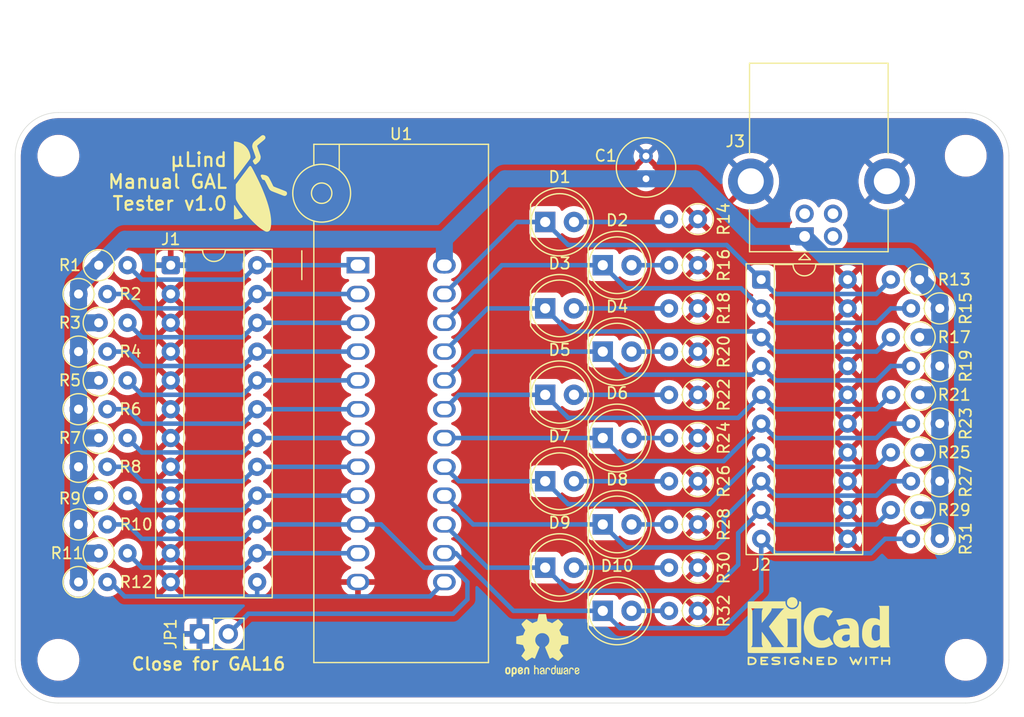
<source format=kicad_pcb>
(kicad_pcb (version 20241229) (generator "pcbnew") (generator_version "9.0")
  (layers (0 "F.Cu" signal) (2 "B.Cu" signal) (13 "F.Paste" user) (15 "B.Paste" user) (5 "F.SilkS" user "F.Silkscreen") (7 "B.SilkS" user "B.Silkscreen") (1 "F.Mask" user) (3 "B.Mask" user) (25 "Edge.Cuts" user))
  (net 0 "")
  (net 1 "GND")
  (net 2 "+5V")
  (net 3 "Net-(J1-Pin_13)")
  (net 4 "Net-(J1-Pin_18)")
  (net 5 "Net-(J1-Pin_24)")
  (net 6 "Net-(J1-Pin_23)")
  (net 7 "Net-(J1-Pin_20)")
  (net 8 "Net-(J1-Pin_17)")
  (net 9 "Net-(J1-Pin_16)")
  (net 10 "Net-(J1-Pin_14)")
  (net 11 "Net-(J1-Pin_21)")
  (net 12 "Net-(J1-Pin_19)")
  (net 13 "Net-(J1-Pin_22)")
  (net 14 "Net-(J1-Pin_15)")
  (net 18 "Net-(D6-A)")
  (net 19 "Net-(D10-K)")
  (net 20 "Net-(D10-A)")
  (net 21 "Net-(D9-A)")
  (net 22 "Net-(D9-K)")
  (net 23 "Net-(D8-K)")
  (net 24 "Net-(D8-A)")
  (net 25 "Net-(D7-K)")
  (net 26 "Net-(D7-A)")
  (net 27 "Net-(D6-K)")
  (net 28 "Net-(D5-A)")
  (net 29 "Net-(D5-K)")
  (net 30 "Net-(D4-K)")
  (net 31 "Net-(D4-A)")
  (net 32 "Net-(D3-A)")
  (net 33 "Net-(D3-K)")
  (net 34 "Net-(D2-A)")
  (net 35 "Net-(D2-K)")
  (net 36 "Net-(D1-A)")
  (net 37 "Net-(D1-K)")
  (footprint "LED_THT:LED_D5.0mm" (layer "F.Cu") (at 130.556 83.312)
    (property "Reference" "D5" (at 1.27 -3.96 0) (layer "F.SilkS"))
    (property "Value" "LED")
    (pad "1" thru_hole rect (at 0 0) (size 1.8 1.8) (drill 0.9) (layers "*.Cu" "*.Mask") (net 29 "Net-(D5-K)"))
    (pad "2" thru_hole circle (at 2.54 0) (size 1.8 1.8) (drill 0.9) (layers "*.Cu" "*.Mask") (net 28 "Net-(D5-A)"))
  )
  (footprint "Resistor_THT:R_Axial_DIN0207_L6.3mm_D2.5mm_P2.54mm_Vertical" (layer "F.Cu") (at 165.354 85.852 180)
    (property "Reference" "R23" (at -2.286 0 270) (layer "F.SilkS"))
    (property "Value" "R")
    (pad "1" thru_hole circle (at 0 0 180) (size 1.6 1.6) (drill 0.8) (layers "*.Cu" "*.Mask") (net 2 "+5V"))
    (pad "2" thru_hole oval (at 2.54 0 180) (size 1.6 1.6) (drill 0.8) (layers "*.Cu" "*.Mask") (net 27 "Net-(D6-K)"))
  )
  (footprint "LED_THT:LED_D5.0mm" (layer "F.Cu") (at 130.556 90.932)
    (property "Reference" "D7" (at 1.27 -3.96 0) (layer "F.SilkS"))
    (property "Value" "LED")
    (pad "1" thru_hole rect (at 0 0) (size 1.8 1.8) (drill 0.9) (layers "*.Cu" "*.Mask") (net 25 "Net-(D7-K)"))
    (pad "2" thru_hole circle (at 2.54 0) (size 1.8 1.8) (drill 0.9) (layers "*.Cu" "*.Mask") (net 26 "Net-(D7-A)"))
  )
  (footprint "LED_THT:LED_D5.0mm" (layer "F.Cu") (at 135.636 87.122)
    (property "Reference" "D6" (at 1.27 -3.96 0) (layer "F.SilkS"))
    (property "Value" "LED")
    (pad "1" thru_hole rect (at 0 0) (size 1.8 1.8) (drill 0.9) (layers "*.Cu" "*.Mask") (net 27 "Net-(D6-K)"))
    (pad "2" thru_hole circle (at 2.54 0) (size 1.8 1.8) (drill 0.9) (layers "*.Cu" "*.Mask") (net 18 "Net-(D6-A)"))
  )
  (footprint "Resistor_THT:R_Axial_DIN0207_L6.3mm_D2.5mm_P2.54mm_Vertical" (layer "F.Cu") (at 89.408 89.662)
    (property "Reference" "R8" (at 4.572 0 0) (layer "F.SilkS"))
    (property "Value" "R")
    (pad "1" thru_hole circle (at 0 0) (size 1.6 1.6) (drill 0.8) (layers "*.Cu" "*.Mask") (net 2 "+5V"))
    (pad "2" thru_hole oval (at 2.54 0) (size 1.6 1.6) (drill 0.8) (layers "*.Cu" "*.Mask") (net 8 "Net-(J1-Pin_17)"))
  )
  (footprint "Resistor_THT:R_Axial_DIN0207_L6.3mm_D2.5mm_P2.54mm_Vertical" (layer "F.Cu") (at 89.408 74.422)
    (property "Reference" "R2" (at 4.572 0 0) (layer "F.SilkS"))
    (property "Value" "R")
    (pad "1" thru_hole circle (at 0 0) (size 1.6 1.6) (drill 0.8) (layers "*.Cu" "*.Mask") (net 2 "+5V"))
    (pad "2" thru_hole oval (at 2.54 0) (size 1.6 1.6) (drill 0.8) (layers "*.Cu" "*.Mask") (net 6 "Net-(J1-Pin_23)"))
  )
  (footprint "Resistor_THT:R_Axial_DIN0207_L6.3mm_D2.5mm_P2.54mm_Vertical" (layer "F.Cu") (at 91.186 82.042)
    (property "Reference" "R5" (at -2.54 0 0) (layer "F.SilkS"))
    (property "Value" "R")
    (pad "1" thru_hole circle (at 0 0) (size 1.6 1.6) (drill 0.8) (layers "*.Cu" "*.Mask") (net 2 "+5V"))
    (pad "2" thru_hole oval (at 2.54 0) (size 1.6 1.6) (drill 0.8) (layers "*.Cu" "*.Mask") (net 7 "Net-(J1-Pin_20)"))
  )
  (footprint "LED_THT:LED_D5.0mm" (layer "F.Cu") (at 135.636 94.742)
    (property "Reference" "D8" (at 1.27 -3.96 0) (layer "F.SilkS"))
    (property "Value" "LED")
    (pad "1" thru_hole rect (at 0 0) (size 1.8 1.8) (drill 0.9) (layers "*.Cu" "*.Mask") (net 23 "Net-(D8-K)"))
    (pad "2" thru_hole circle (at 2.54 0) (size 1.8 1.8) (drill 0.9) (layers "*.Cu" "*.Mask") (net 24 "Net-(D8-A)"))
  )
  (footprint "Socket:DIP_Socket-24_W4.3_W5.08_W7.62_W10.16_W10.9_3M_224-5248-00-0602J" (layer "F.Cu") (at 114.046 71.882)
    (property "Reference" "U1" (at 3.81 -11.56 0) (layer "F.SilkS"))
    (property "Value" "~")
    (pad "1" thru_hole rect (at 0 0) (size 2 1.44) (drill oval 1.3 1) (layers "*.Cu" "*.Mask") (net 5 "Net-(J1-Pin_24)"))
    (pad "2" thru_hole oval (at 0 2.54) (size 2 1.44) (drill oval 1.3 1) (layers "*.Cu" "*.Mask") (net 6 "Net-(J1-Pin_23)"))
    (pad "3" thru_hole oval (at 0 5.08) (size 2 1.44) (drill oval 1.3 1) (layers "*.Cu" "*.Mask") (net 13 "Net-(J1-Pin_22)"))
    (pad "4" thru_hole oval (at 0 7.62) (size 2 1.44) (drill oval 1.3 1) (layers "*.Cu" "*.Mask") (net 11 "Net-(J1-Pin_21)"))
    (pad "5" thru_hole oval (at 0 10.16) (size 2 1.44) (drill oval 1.3 1) (layers "*.Cu" "*.Mask") (net 7 "Net-(J1-Pin_20)"))
    (pad "6" thru_hole oval (at 0 12.7) (size 2 1.44) (drill oval 1.3 1) (layers "*.Cu" "*.Mask") (net 12 "Net-(J1-Pin_19)"))
    (pad "7" thru_hole oval (at 0 15.24) (size 2 1.44) (drill oval 1.3 1) (layers "*.Cu" "*.Mask") (net 4 "Net-(J1-Pin_18)"))
    (pad "8" thru_hole oval (at 0 17.78) (size 2 1.44) (drill oval 1.3 1) (layers "*.Cu" "*.Mask") (net 8 "Net-(J1-Pin_17)"))
    (pad "9" thru_hole oval (at 0 20.32) (size 2 1.44) (drill oval 1.3 1) (layers "*.Cu" "*.Mask") (net 9 "Net-(J1-Pin_16)"))
    (pad "10" thru_hole oval (at 0 22.86) (size 2 1.44) (drill oval 1.3 1) (layers "*.Cu" "*.Mask") (net 14 "Net-(J1-Pin_15)"))
    (pad "11" thru_hole oval (at 0 25.4) (size 2 1.44) (drill oval 1.3 1) (layers "*.Cu" "*.Mask") (net 10 "Net-(J1-Pin_14)"))
    (pad "12" thru_hole oval (at 0 27.94) (size 2 1.44) (drill oval 1.3 1) (layers "*.Cu" "*.Mask") (net 1 "GND"))
    (pad "13" thru_hole oval (at 7.62 27.94) (size 2 1.44) (drill oval 1.3 1) (layers "*.Cu" "*.Mask") (net 3 "Net-(J1-Pin_13)"))
    (pad "14" thru_hole oval (at 7.62 25.4) (size 2 1.44) (drill oval 1.3 1) (layers "*.Cu" "*.Mask") (net 19 "Net-(D10-K)"))
    (pad "15" thru_hole oval (at 7.62 22.86) (size 2 1.44) (drill oval 1.3 1) (layers "*.Cu" "*.Mask") (net 22 "Net-(D9-K)"))
    (pad "16" thru_hole oval (at 7.62 20.32) (size 2 1.44) (drill oval 1.3 1) (layers "*.Cu" "*.Mask") (net 23 "Net-(D8-K)"))
    (pad "17" thru_hole oval (at 7.62 17.78) (size 2 1.44) (drill oval 1.3 1) (layers "*.Cu" "*.Mask") (net 25 "Net-(D7-K)"))
    (pad "18" thru_hole oval (at 7.62 15.24) (size 2 1.44) (drill oval 1.3 1) (layers "*.Cu" "*.Mask") (net 27 "Net-(D6-K)"))
    (pad "19" thru_hole oval (at 7.62 12.7) (size 2 1.44) (drill oval 1.3 1) (layers "*.Cu" "*.Mask") (net 29 "Net-(D5-K)"))
    (pad "20" thru_hole oval (at 7.62 10.16) (size 2 1.44) (drill oval 1.3 1) (layers "*.Cu" "*.Mask") (net 30 "Net-(D4-K)"))
    (pad "21" thru_hole oval (at 7.62 7.62) (size 2 1.44) (drill oval 1.3 1) (layers "*.Cu" "*.Mask") (net 33 "Net-(D3-K)"))
    (pad "22" thru_hole oval (at 7.62 5.08) (size 2 1.44) (drill oval 1.3 1) (layers "*.Cu" "*.Mask") (net 35 "Net-(D2-K)"))
    (pad "23" thru_hole oval (at 7.62 2.54) (size 2 1.44) (drill oval 1.3 1) (layers "*.Cu" "*.Mask") (net 37 "Net-(D1-K)"))
    (pad "24" thru_hole oval (at 7.62 0) (size 2 1.44) (drill oval 1.3 1) (layers "*.Cu" "*.Mask") (net 2 "+5V"))
  )
  (footprint "Resistor_THT:R_Axial_DIN0207_L6.3mm_D2.5mm_P2.54mm_Vertical" (layer "F.Cu") (at 89.408 79.502)
    (property "Reference" "R4" (at 4.572 0 0) (layer "F.SilkS"))
    (property "Value" "R")
    (pad "1" thru_hole circle (at 0 0) (size 1.6 1.6) (drill 0.8) (layers "*.Cu" "*.Mask") (net 2 "+5V"))
    (pad "2" thru_hole oval (at 2.54 0) (size 1.6 1.6) (drill 0.8) (layers "*.Cu" "*.Mask") (net 11 "Net-(J1-Pin_21)"))
  )
  (footprint "Resistor_THT:R_Axial_DIN0207_L6.3mm_D2.5mm_P2.54mm_Vertical" (layer "F.Cu") (at 144.018 71.882 180)
    (property "Reference" "R16" (at -2.286 0 90) (layer "F.SilkS"))
    (property "Value" "R")
    (pad "1" thru_hole circle (at 0 0 180) (size 1.6 1.6) (drill 0.8) (layers "*.Cu" "*.Mask") (net 1 "GND"))
    (pad "2" thru_hole oval (at 2.54 0 180) (size 1.6 1.6) (drill 0.8) (layers "*.Cu" "*.Mask") (net 34 "Net-(D2-A)"))
  )
  (footprint "Resistor_THT:R_Axial_DIN0207_L6.3mm_D2.5mm_P2.54mm_Vertical" (layer "F.Cu") (at 144.018 83.312 180)
    (property "Reference" "R22" (at -2.286 0 90) (layer "F.SilkS"))
    (property "Value" "R")
    (pad "1" thru_hole circle (at 0 0 180) (size 1.6 1.6) (drill 0.8) (layers "*.Cu" "*.Mask") (net 1 "GND"))
    (pad "2" thru_hole oval (at 2.54 0 180) (size 1.6 1.6) (drill 0.8) (layers "*.Cu" "*.Mask") (net 28 "Net-(D5-A)"))
  )
  (footprint "Resistor_THT:R_Axial_DIN0207_L6.3mm_D2.5mm_P2.54mm_Vertical" (layer "F.Cu") (at 144.018 98.552 180)
    (property "Reference" "R30" (at -2.286 0 90) (layer "F.SilkS"))
    (property "Value" "R")
    (pad "1" thru_hole circle (at 0 0 180) (size 1.6 1.6) (drill 0.8) (layers "*.Cu" "*.Mask") (net 1 "GND"))
    (pad "2" thru_hole oval (at 2.54 0 180) (size 1.6 1.6) (drill 0.8) (layers "*.Cu" "*.Mask") (net 21 "Net-(D9-A)"))
  )
  (footprint "Resistor_THT:R_Axial_DIN0207_L6.3mm_D2.5mm_P2.54mm_Vertical" (layer "F.Cu") (at 89.408 99.822)
    (property "Reference" "R12" (at 5.08 0 0) (layer "F.SilkS"))
    (property "Value" "R")
    (pad "1" thru_hole circle (at 0 0) (size 1.6 1.6) (drill 0.8) (layers "*.Cu" "*.Mask") (net 2 "+5V"))
    (pad "2" thru_hole oval (at 2.54 0) (size 1.6 1.6) (drill 0.8) (layers "*.Cu" "*.Mask") (net 3 "Net-(J1-Pin_13)"))
  )
  (footprint "Resistor_THT:R_Axial_DIN0207_L6.3mm_D2.5mm_P2.54mm_Vertical" (layer "F.Cu") (at 144.018 90.932 180)
    (property "Reference" "R26" (at -2.286 0 90) (layer "F.SilkS"))
    (property "Value" "R")
    (pad "1" thru_hole circle (at 0 0 180) (size 1.6 1.6) (drill 0.8) (layers "*.Cu" "*.Mask") (net 1 "GND"))
    (pad "2" thru_hole oval (at 2.54 0 180) (size 1.6 1.6) (drill 0.8) (layers "*.Cu" "*.Mask") (net 26 "Net-(D7-A)"))
  )
  (footprint "LED_THT:LED_D5.0mm" (layer "F.Cu") (at 130.556 98.552)
    (property "Reference" "D9" (at 1.27 -3.96 0) (layer "F.SilkS"))
    (property "Value" "LED")
    (pad "1" thru_hole rect (at 0 0) (size 1.8 1.8) (drill 0.9) (layers "*.Cu" "*.Mask") (net 22 "Net-(D9-K)"))
    (pad "2" thru_hole circle (at 2.54 0) (size 1.8 1.8) (drill 0.9) (layers "*.Cu" "*.Mask") (net 21 "Net-(D9-A)"))
  )
  (footprint "Resistor_THT:R_Axial_DIN0207_L6.3mm_D2.5mm_P2.54mm_Vertical" (layer "F.Cu") (at 89.408 84.582)
    (property "Reference" "R6" (at 4.572 0 0) (layer "F.SilkS"))
    (property "Value" "R")
    (pad "1" thru_hole circle (at 0 0) (size 1.6 1.6) (drill 0.8) (layers "*.Cu" "*.Mask") (net 2 "+5V"))
    (pad "2" thru_hole oval (at 2.54 0) (size 1.6 1.6) (drill 0.8) (layers "*.Cu" "*.Mask") (net 12 "Net-(J1-Pin_19)"))
  )
  (footprint "Symbol:KiCad-Logo2_5mm_SilkScreen" (layer "F.Cu") (at 154.686 104.14)
    (property "Reference" "REF**" (hide yes))
    (property "Value" "KiCad-Logo2_5mm_SilkScreen" (hide yes))
  )
  (footprint "Resistor_THT:R_Axial_DIN0207_L6.3mm_D2.5mm_P2.54mm_Vertical" (layer "F.Cu") (at 144.018 94.742 180)
    (property "Reference" "R28" (at -2.286 0 90) (layer "F.SilkS"))
    (property "Value" "R")
    (pad "1" thru_hole circle (at 0 0 180) (size 1.6 1.6) (drill 0.8) (layers "*.Cu" "*.Mask") (net 1 "GND"))
    (pad "2" thru_hole oval (at 2.54 0 180) (size 1.6 1.6) (drill 0.8) (layers "*.Cu" "*.Mask") (net 24 "Net-(D8-A)"))
  )
  (footprint "LED_THT:LED_D5.0mm" (layer "F.Cu") (at 135.636 71.882)
    (property "Reference" "D2" (at 1.27 -3.96 0) (layer "F.SilkS"))
    (property "Value" "LED")
    (pad "1" thru_hole rect (at 0 0) (size 1.8 1.8) (drill 0.9) (layers "*.Cu" "*.Mask") (net 35 "Net-(D2-K)"))
    (pad "2" thru_hole circle (at 2.54 0) (size 1.8 1.8) (drill 0.9) (layers "*.Cu" "*.Mask") (net 34 "Net-(D2-A)"))
  )
  (footprint "Resistor_THT:R_Axial_DIN0207_L6.3mm_D2.5mm_P2.54mm_Vertical" (layer "F.Cu") (at 163.605 83.312 180)
    (property "Reference" "R21" (at -3.019 0 0) (layer "F.SilkS"))
    (property "Value" "R")
    (pad "1" thru_hole circle (at 0 0 180) (size 1.6 1.6) (drill 0.8) (layers "*.Cu" "*.Mask") (net 2 "+5V"))
    (pad "2" thru_hole oval (at 2.54 0 180) (size 1.6 1.6) (drill 0.8) (layers "*.Cu" "*.Mask") (net 29 "Net-(D5-K)"))
  )
  (footprint "LED_THT:LED_D5.0mm" (layer "F.Cu") (at 135.636 102.362)
    (property "Reference" "D10" (at 1.27 -3.96 0) (layer "F.SilkS"))
    (property "Value" "LED")
    (pad "1" thru_hole rect (at 0 0) (size 1.8 1.8) (drill 0.9) (layers "*.Cu" "*.Mask") (net 19 "Net-(D10-K)"))
    (pad "2" thru_hole circle (at 2.54 0) (size 1.8 1.8) (drill 0.9) (layers "*.Cu" "*.Mask") (net 20 "Net-(D10-A)"))
  )
  (footprint "MountingHole:MountingHole_3.2mm_M3" (layer "F.Cu") (at 87.63 62.23)
    (property "Reference" "H1" (hide yes))
    (property "Value" "MountingHole")
    (pad "" np_thru_hole circle (at 0 0) (size 3.2 3.2) (drill 3.2) (layers "*.Cu" "*.Mask"))
  )
  (footprint "Package_DIP:DIP-20_W7.62mm_Socket" (layer "F.Cu") (at 149.606 73.152)
    (property "Reference" "J2" (at 0 25.146 0) (layer "F.SilkS"))
    (property "Value" "InputBoard")
    (pad "1" thru_hole roundrect (at 0 0) (size 1.6 1.6) (drill 0.8) (layers "*.Cu" "*.Mask") (roundrect_rratio 0.15625) (net 37 "Net-(D1-K)"))
    (pad "2" thru_hole circle (at 0 2.54) (size 1.6 1.6) (drill 0.8) (layers "*.Cu" "*.Mask") (net 35 "Net-(D2-K)"))
    (pad "3" thru_hole circle (at 0 5.08) (size 1.6 1.6) (drill 0.8) (layers "*.Cu" "*.Mask") (net 33 "Net-(D3-K)"))
    (pad "4" thru_hole circle (at 0 7.62) (size 1.6 1.6) (drill 0.8) (layers "*.Cu" "*.Mask") (net 30 "Net-(D4-K)"))
    (pad "5" thru_hole circle (at 0 10.16) (size 1.6 1.6) (drill 0.8) (layers "*.Cu" "*.Mask") (net 29 "Net-(D5-K)"))
    (pad "6" thru_hole circle (at 0 12.7) (size 1.6 1.6) (drill 0.8) (layers "*.Cu" "*.Mask") (net 27 "Net-(D6-K)"))
    (pad "7" thru_hole circle (at 0 15.24) (size 1.6 1.6) (drill 0.8) (layers "*.Cu" "*.Mask") (net 25 "Net-(D7-K)"))
    (pad "8" thru_hole circle (at 0 17.78) (size 1.6 1.6) (drill 0.8) (layers "*.Cu" "*.Mask") (net 23 "Net-(D8-K)"))
    (pad "9" thru_hole circle (at 0 20.32) (size 1.6 1.6) (drill 0.8) (layers "*.Cu" "*.Mask") (net 22 "Net-(D9-K)"))
    (pad "10" thru_hole circle (at 0 22.86) (size 1.6 1.6) (drill 0.8) (layers "*.Cu" "*.Mask") (net 19 "Net-(D10-K)"))
    (pad "11" thru_hole circle (at 7.62 22.86) (size 1.6 1.6) (drill 0.8) (layers "*.Cu" "*.Mask") (net 1 "GND"))
    (pad "12" thru_hole circle (at 7.62 20.32) (size 1.6 1.6) (drill 0.8) (layers "*.Cu" "*.Mask") (net 1 "GND"))
    (pad "13" thru_hole circle (at 7.62 17.78) (size 1.6 1.6) (drill 0.8) (layers "*.Cu" "*.Mask") (net 1 "GND"))
    (pad "14" thru_hole circle (at 7.62 15.24) (size 1.6 1.6) (drill 0.8) (layers "*.Cu" "*.Mask") (net 1 "GND"))
    (pad "15" thru_hole circle (at 7.62 12.7) (size 1.6 1.6) (drill 0.8) (layers "*.Cu" "*.Mask") (net 1 "GND"))
    (pad "16" thru_hole circle (at 7.62 10.16) (size 1.6 1.6) (drill 0.8) (layers "*.Cu" "*.Mask") (net 1 "GND"))
    (pad "17" thru_hole circle (at 7.62 7.62) (size 1.6 1.6) (drill 0.8) (layers "*.Cu" "*.Mask") (net 1 "GND"))
    (pad "18" thru_hole circle (at 7.62 5.08) (size 1.6 1.6) (drill 0.8) (layers "*.Cu" "*.Mask") (net 1 "GND"))
    (pad "19" thru_hole circle (at 7.62 2.54) (size 1.6 1.6) (drill 0.8) (layers "*.Cu" "*.Mask") (net 1 "GND"))
    (pad "20" thru_hole circle (at 7.62 0) (size 1.6 1.6) (drill 0.8) (layers "*.Cu" "*.Mask") (net 1 "GND"))
  )
  (footprint "Resistor_THT:R_Axial_DIN0207_L6.3mm_D2.5mm_P2.54mm_Vertical" (layer "F.Cu") (at 165.354 90.932 180)
    (property "Reference" "R27" (at -2.286 0 90) (layer "F.SilkS"))
    (property "Value" "R")
    (pad "1" thru_hole circle (at 0 0 180) (size 1.6 1.6) (drill 0.8) (layers "*.Cu" "*.Mask") (net 2 "+5V"))
    (pad "2" thru_hole oval (at 2.54 0 180) (size 1.6 1.6) (drill 0.8) (layers "*.Cu" "*.Mask") (net 23 "Net-(D8-K)"))
  )
  (footprint "LED_THT:LED_D5.0mm" (layer "F.Cu") (at 130.556 68.072)
    (property "Reference" "D1" (at 1.27 -3.96 0) (layer "F.SilkS"))
    (property "Value" "LED")
    (pad "1" thru_hole rect (at 0 0) (size 1.8 1.8) (drill 0.9) (layers "*.Cu" "*.Mask") (net 37 "Net-(D1-K)"))
    (pad "2" thru_hole circle (at 2.54 0) (size 1.8 1.8) (drill 0.9) (layers "*.Cu" "*.Mask") (net 36 "Net-(D1-A)"))
  )
  (footprint "Resistor_THT:R_Axial_DIN0207_L6.3mm_D2.5mm_P2.54mm_Vertical" (layer "F.Cu") (at 144.018 67.818 180)
    (property "Reference" "R14" (at -2.286 0 90) (layer "F.SilkS"))
    (property "Value" "R")
    (pad "1" thru_hole circle (at 0 0 180) (size 1.6 1.6) (drill 0.8) (layers "*.Cu" "*.Mask") (net 1 "GND"))
    (pad "2" thru_hole oval (at 2.54 0 180) (size 1.6 1.6) (drill 0.8) (layers "*.Cu" "*.Mask") (net 36 "Net-(D1-A)"))
  )
  (footprint "Resistor_THT:R_Axial_DIN0207_L6.3mm_D2.5mm_P2.54mm_Vertical" (layer "F.Cu") (at 165.354 75.692 180)
    (property "Reference" "R15" (at -2.286 0 90) (layer "F.SilkS"))
    (property "Value" "R")
    (pad "1" thru_hole circle (at 0 0 180) (size 1.6 1.6) (drill 0.8) (layers "*.Cu" "*.Mask") (net 2 "+5V"))
    (pad "2" thru_hole oval (at 2.54 0 180) (size 1.6 1.6) (drill 0.8) (layers "*.Cu" "*.Mask") (net 35 "Net-(D2-K)"))
  )
  (footprint "Symbol:OSHW-Logo2_7.3x6mm_SilkScreen" (layer "F.Cu") (at 130.302 105.41)
    (property "Reference" "REF**" (hide yes))
    (property "Value" "OSHW-Logo2_7.3x6mm_SilkScreen" (hide yes))
  )
  (footprint "Connector_PinHeader_2.54mm:PinHeader_1x02_P2.54mm_Vertical" (layer "F.Cu") (at 100.071 104.394 90)
    (property "Reference" "JP1" (at 0 -2.54 90) (layer "F.SilkS"))
    (property "Value" "16 / 22")
    (pad "1" thru_hole rect (at 0 0 90) (size 1.7 1.7) (drill 1) (layers "*.Cu" "*.Mask") (net 1 "GND"))
    (pad "2" thru_hole circle (at 0 2.54 90) (size 1.7 1.7) (drill 1) (layers "*.Cu" "*.Mask") (net 14 "Net-(J1-Pin_15)"))
  )
  (footprint "Resistor_THT:R_Axial_DIN0207_L6.3mm_D2.5mm_P2.54mm_Vertical" (layer "F.Cu") (at 144.018 75.692 180)
    (property "Reference" "R18" (at -2.286 0 90) (layer "F.SilkS"))
    (property "Value" "R")
    (pad "1" thru_hole circle (at 0 0 180) (size 1.6 1.6) (drill 0.8) (layers "*.Cu" "*.Mask") (net 1 "GND"))
    (pad "2" thru_hole oval (at 2.54 0 180) (size 1.6 1.6) (drill 0.8) (layers "*.Cu" "*.Mask") (net 32 "Net-(D3-A)"))
  )
  (footprint "Resistor_THT:R_Axial_DIN0207_L6.3mm_D2.5mm_P2.54mm_Vertical" (layer "F.Cu") (at 165.354 96.012 180)
    (property "Reference" "R31" (at -2.286 0 270) (layer "F.SilkS"))
    (property "Value" "R")
    (pad "1" thru_hole circle (at 0 0 180) (size 1.6 1.6) (drill 0.8) (layers "*.Cu" "*.Mask") (net 2 "+5V"))
    (pad "2" thru_hole oval (at 2.54 0 180) (size 1.6 1.6) (drill 0.8) (layers "*.Cu" "*.Mask") (net 19 "Net-(D10-K)"))
  )
  (footprint "Resistor_THT:R_Axial_DIN0207_L6.3mm_D2.5mm_P2.54mm_Vertical" (layer "F.Cu") (at 91.186 92.202)
    (property "Reference" "R9" (at -2.54 0.254 0) (layer "F.SilkS"))
    (property "Value" "R")
    (pad "1" thru_hole circle (at 0 0) (size 1.6 1.6) (drill 0.8) (layers "*.Cu" "*.Mask") (net 2 "+5V"))
    (pad "2" thru_hole oval (at 2.54 0) (size 1.6 1.6) (drill 0.8) (layers "*.Cu" "*.Mask") (net 9 "Net-(J1-Pin_16)"))
  )
  (footprint "Resistor_THT:R_Axial_DIN0207_L6.3mm_D2.5mm_P2.54mm_Vertical" (layer "F.Cu") (at 91.186 87.122)
    (property "Reference" "R7" (at -2.54 0 0) (layer "F.SilkS"))
    (property "Value" "R")
    (pad "1" thru_hole circle (at 0 0) (size 1.6 1.6) (drill 0.8) (layers "*.Cu" "*.Mask") (net 2 "+5V"))
    (pad "2" thru_hole oval (at 2.54 0) (size 1.6 1.6) (drill 0.8) (layers "*.Cu" "*.Mask") (net 4 "Net-(J1-Pin_18)"))
  )
  (footprint "Resistor_THT:R_Axial_DIN0207_L6.3mm_D2.5mm_P2.54mm_Vertical" (layer "F.Cu") (at 144.018 79.502 180)
    (property "Reference" "R20" (at -2.286 0 90) (layer "F.SilkS"))
    (property "Value" "R")
    (pad "1" thru_hole circle (at 0 0 180) (size 1.6 1.6) (drill 0.8) (layers "*.Cu" "*.Mask") (net 1 "GND"))
    (pad "2" thru_hole oval (at 2.54 0 180) (size 1.6 1.6) (drill 0.8) (layers "*.Cu" "*.Mask") (net 31 "Net-(D4-A)"))
  )
  (footprint "kicad-lib:fly_6mm" (layer "F.Cu") (at 105.41 64.77)
    (property "Reference" "G***" (hide yes))
    (property "Value" "LOGO" (hide yes))
  )
  (footprint "Resistor_THT:R_Axial_DIN0207_L6.3mm_D2.5mm_P2.54mm_Vertical" (layer "F.Cu") (at 165.354 80.772 180)
    (property "Reference" "R19" (at -2.286 0 90) (layer "F.SilkS"))
    (property "Value" "R")
    (pad "1" thru_hole circle (at 0 0 180) (size 1.6 1.6) (drill 0.8) (layers "*.Cu" "*.Mask") (net 2 "+5V"))
    (pad "2" thru_hole oval (at 2.54 0 180) (size 1.6 1.6) (drill 0.8) (layers "*.Cu" "*.Mask") (net 30 "Net-(D4-K)"))
  )
  (footprint "Resistor_THT:R_Axial_DIN0207_L6.3mm_D2.5mm_P2.54mm_Vertical" (layer "F.Cu") (at 91.186 97.282)
    (property "Reference" "R11" (at -2.794 0 0) (layer "F.SilkS"))
    (property "Value" "R")
    (pad "1" thru_hole circle (at 0 0) (size 1.6 1.6) (drill 0.8) (layers "*.Cu" "*.Mask") (net 2 "+5V"))
    (pad "2" thru_hole oval (at 2.54 0) (size 1.6 1.6) (drill 0.8) (layers "*.Cu" "*.Mask") (net 10 "Net-(J1-Pin_14)"))
  )
  (footprint "Resistor_THT:R_Axial_DIN0207_L6.3mm_D2.5mm_P2.54mm_Vertical" (layer "F.Cu") (at 144.018 102.362 180)
    (property "Reference" "R32" (at -2.286 0 90) (layer "F.SilkS"))
    (property "Value" "R")
    (pad "1" thru_hole circle (at 0 0 180) (size 1.6 1.6) (drill 0.8) (layers "*.Cu" "*.Mask") (net 1 "GND"))
    (pad "2" thru_hole oval (at 2.54 0 180) (size 1.6 1.6) (drill 0.8) (layers "*.Cu" "*.Mask") (net 20 "Net-(D10-A)"))
  )
  (footprint "Resistor_THT:R_Axial_DIN0207_L6.3mm_D2.5mm_P2.54mm_Vertical" (layer "F.Cu") (at 91.186 76.962)
    (property "Reference" "R3" (at -2.54 0 0) (layer "F.SilkS"))
    (property "Value" "R")
    (pad "1" thru_hole circle (at 0 0) (size 1.6 1.6) (drill 0.8) (layers "*.Cu" "*.Mask") (net 2 "+5V"))
    (pad "2" thru_hole oval (at 2.54 0) (size 1.6 1.6) (drill 0.8) (layers "*.Cu" "*.Mask") (net 13 "Net-(J1-Pin_22)"))
  )
  (footprint "Resistor_THT:R_Axial_DIN0207_L6.3mm_D2.5mm_P2.54mm_Vertical" (layer "F.Cu") (at 163.576 93.472 180)
    (property "Reference" "R29" (at -3.048 0 180) (layer "F.SilkS"))
    (property "Value" "R")
    (pad "1" thru_hole circle (at 0 0 180) (size 1.6 1.6) (drill 0.8) (layers "*.Cu" "*.Mask") (net 2 "+5V"))
    (pad "2" thru_hole oval (at 2.54 0 180) (size 1.6 1.6) (drill 0.8) (layers "*.Cu" "*.Mask") (net 22 "Net-(D9-K)"))
  )
  (footprint "Resistor_THT:R_Axial_DIN0207_L6.3mm_D2.5mm_P2.54mm_Vertical" (layer "F.Cu") (at 163.576 73.152 180)
    (property "Reference" "R13" (at -3.048 0 180) (layer "F.SilkS"))
    (property "Value" "R")
    (pad "1" thru_hole circle (at 0 0 180) (size 1.6 1.6) (drill 0.8) (layers "*.Cu" "*.Mask") (net 2 "+5V"))
    (pad "2" thru_hole oval (at 2.54 0 180) (size 1.6 1.6) (drill 0.8) (layers "*.Cu" "*.Mask") (net 37 "Net-(D1-K)"))
  )
  (footprint "Resistor_THT:R_Axial_DIN0207_L6.3mm_D2.5mm_P2.54mm_Vertical" (layer "F.Cu") (at 91.186 71.882)
    (property "Reference" "R1" (at -2.54 0 0) (layer "F.SilkS"))
    (property "Value" "R")
    (pad "1" thru_hole circle (at 0 0) (size 1.6 1.6) (drill 0.8) (layers "*.Cu" "*.Mask") (net 2 "+5V"))
    (pad "2" thru_hole oval (at 2.54 0) (size 1.6 1.6) (drill 0.8) (layers "*.Cu" "*.Mask") (net 5 "Net-(J1-Pin_24)"))
  )
  (footprint "Resistor_THT:R_Axial_DIN0207_L6.3mm_D2.5mm_P2.54mm_Vertical" (layer "F.Cu") (at 89.408 94.742)
    (property "Reference" "R10" (at 5.08 0 0) (layer "F.SilkS"))
    (property "Value" "R")
    (pad "1" thru_hole circle (at 0 0) (size 1.6 1.6) (drill 0.8) (layers "*.Cu" "*.Mask") (net 2 "+5V"))
    (pad "2" thru_hole oval (at 2.54 0) (size 1.6 1.6) (drill 0.8) (layers "*.Cu" "*.Mask") (net 14 "Net-(J1-Pin_15)"))
  )
  (footprint "Resistor_THT:R_Axial_DIN0207_L6.3mm_D2.5mm_P2.54mm_Vertical" (layer "F.Cu") (at 144.018 87.122 180)
    (property "Reference" "R24" (at -2.286 0 90) (layer "F.SilkS"))
    (property "Value" "R")
    (pad "1" thru_hole circle (at 0 0 180) (size 1.6 1.6) (drill 0.8) (layers "*.Cu" "*.Mask") (net 1 "GND"))
    (pad "2" thru_hole oval (at 2.54 0 180) (size 1.6 1.6) (drill 0.8) (layers "*.Cu" "*.Mask") (net 18 "Net-(D6-A)"))
  )
  (footprint "Resistor_THT:R_Axial_DIN0207_L6.3mm_D2.5mm_P2.54mm_Vertical" (layer "F.Cu") (at 163.576 88.392 180)
    (property "Reference" "R25" (at -3.048 0 180) (layer "F.SilkS"))
    (property "Value" "R")
    (pad "1" thru_hole circle (at 0 0 180) (size 1.6 1.6) (drill 0.8) (layers "*.Cu" "*.Mask") (net 2 "+5V"))
    (pad "2" thru_hole oval (at 2.54 0 180) (size 1.6 1.6) (drill 0.8) (layers "*.Cu" "*.Mask") (net 25 "Net-(D7-K)"))
  )
  (footprint "Capacitor_THT:C_Radial_D5.0mm_H5.0mm_P2.00mm" (layer "F.Cu") (at 139.446 64.262 90)
    (property "Reference" "C1" (at 2.032 -3.556 180) (layer "F.SilkS"))
    (property "Value" "C")
    (pad "1" thru_hole circle (at 0 0 90) (size 1.2 1.2) (drill 0.6) (layers "*.Cu" "*.Mask") (net 2 "+5V"))
    (pad "2" thru_hole circle (at 2 0 90) (size 1.2 1.2) (drill 0.6) (layers "*.Cu" "*.Mask") (net 1 "GND"))
  )
  (footprint "MountingHole:MountingHole_3.2mm_M3" (layer "F.Cu") (at 167.64 106.68)
    (property "Reference" "H3" (hide yes))
    (property "Value" "MountingHole")
    (pad "" np_thru_hole circle (at 0 0) (size 3.2 3.2) (drill 3.2) (layers "*.Cu" "*.Mask"))
  )
  (footprint "LED_THT:LED_D5.0mm" (layer "F.Cu") (at 135.636 79.502)
    (property "Reference" "D4" (at 1.27 -3.96 0) (layer "F.SilkS"))
    (property "Value" "LED")
    (pad "1" thru_hole rect (at 0 0) (size 1.8 1.8) (drill 0.9) (layers "*.Cu" "*.Mask") (net 30 "Net-(D4-K)"))
    (pad "2" thru_hole circle (at 2.54 0) (size 1.8 1.8) (drill 0.9) (layers "*.Cu" "*.Mask") (net 31 "Net-(D4-A)"))
  )
  (footprint "Connector_USB:USB_B_Lumberg_2411_02_Horizontal" (layer "F.Cu") (at 153.436 69.342 90)
    (property "Reference" "J3" (at 8.382 -6.116 180) (layer "F.SilkS"))
    (property "Value" "USB_B_Mini" (hide yes))
    (pad "1" thru_hole rect (at 0 0 180) (size 1.6 1.6) (drill 0.95) (layers "*.Cu" "*.Mask") (net 2 "+5V"))
    (pad "2" thru_hole circle (at 0 2.5 180) (size 1.6 1.6) (drill 0.95) (layers "*.Cu" "*.Mask"))
    (pad "3" thru_hole circle (at 2 2.5 180) (size 1.6 1.6) (drill 0.95) (layers "*.Cu" "*.Mask"))
    (pad "4" thru_hole circle (at 2 0 180) (size 1.6 1.6) (drill 0.95) (layers "*.Cu" "*.Mask"))
    (pad "5" thru_hole circle (at 4.86 -4.75 180) (size 4 4) (drill 2.3) (layers "*.Cu" "*.Mask") (net 1 "GND"))
    (pad "5" thru_hole circle (at 4.86 7.25 180) (size 4 4) (drill 2.3) (layers "*.Cu" "*.Mask") (net 1 "GND"))
  )
  (footprint "MountingHole:MountingHole_3.2mm_M3" (layer "F.Cu") (at 167.64 62.23)
    (property "Reference" "H2" (hide yes))
    (property "Value" "MountingHole")
    (pad "" np_thru_hole circle (at 0 0) (size 3.2 3.2) (drill 3.2) (layers "*.Cu" "*.Mask"))
  )
  (footprint "Package_DIP:DIP-24_W7.62mm_Socket" (layer "F.Cu") (at 97.536 71.882)
    (property "Reference" "J1" (at 0 -2.286 0) (layer "F.SilkS"))
    (property "Value" "Conn_02x12_Counter_Clockwise")
    (pad "1" thru_hole roundrect (at 0 0) (size 1.6 1.6) (drill 0.8) (layers "*.Cu" "*.Mask") (roundrect_rratio 0.15625) (net 1 "GND"))
    (pad "2" thru_hole circle (at 0 2.54) (size 1.6 1.6) (drill 0.8) (layers "*.Cu" "*.Mask") (net 1 "GND"))
    (pad "3" thru_hole circle (at 0 5.08) (size 1.6 1.6) (drill 0.8) (layers "*.Cu" "*.Mask") (net 1 "GND"))
    (pad "4" thru_hole circle (at 0 7.62) (size 1.6 1.6) (drill 0.8) (layers "*.Cu" "*.Mask") (net 1 "GND"))
    (pad "5" thru_hole circle (at 0 10.16) (size 1.6 1.6) (drill 0.8) (layers "*.Cu" "*.Mask") (net 1 "GND"))
    (pad "6" thru_hole circle (at 0 12.7) (size 1.6 1.6) (drill 0.8) (layers "*.Cu" "*.Mask") (net 1 "GND"))
    (pad "7" thru_hole circle (at 0 15.24) (size 1.6 1.6) (drill 0.8) (layers "*.Cu" "*.Mask") (net 1 "GND"))
    (pad "8" thru_hole circle (at 0 17.78) (size 1.6 1.6) (drill 0.8) (layers "*.Cu" "*.Mask") (net 1 "GND"))
    (pad "9" thru_hole circle (at 0 20.32) (size 1.6 1.6) (drill 0.8) (layers "*.Cu" "*.Mask") (net 1 "GND"))
    (pad "10" thru_hole circle (at 0 22.86) (size 1.6 1.6) (drill 0.8) (layers "*.Cu" "*.Mask") (net 1 "GND"))
    (pad "11" thru_hole circle (at 0 25.4) (size 1.6 1.6) (drill 0.8) (layers "*.Cu" "*.Mask") (net 1 "GND"))
    (pad "12" thru_hole circle (at 0 27.94) (size 1.6 1.6) (drill 0.8) (layers "*.Cu" "*.Mask") (net 1 "GND"))
    (pad "13" thru_hole circle (at 7.62 27.94) (size 1.6 1.6) (drill 0.8) (layers "*.Cu" "*.Mask") (net 3 "Net-(J1-Pin_13)"))
    (pad "14" thru_hole circle (at 7.62 25.4) (size 1.6 1.6) (drill 0.8) (layers "*.Cu" "*.Mask") (net 10 "Net-(J1-Pin_14)"))
    (pad "15" thru_hole circle (at 7.62 22.86) (size 1.6 1.6) (drill 0.8) (layers "*.Cu" "*.Mask") (net 14 "Net-(J1-Pin_15)"))
    (pad "16" thru_hole circle (at 7.62 20.32) (size 1.6 1.6) (drill 0.8) (layers "*.Cu" "*.Mask") (net 9 "Net-(J1-Pin_16)"))
    (pad "17" thru_hole circle (at 7.62 17.78) (size 1.6 1.6) (drill 0.8) (layers "*.Cu" "*.Mask") (net 8 "Net-(J1-Pin_17)"))
    (pad "18" thru_hole circle (at 7.62 15.24) (size 1.6 1.6) (drill 0.8) (layers "*.Cu" "*.Mask") (net 4 "Net-(J1-Pin_18)"))
    (pad "19" thru_hole circle (at 7.62 12.7) (size 1.6 1.6) (drill 0.8) (layers "*.Cu" "*.Mask") (net 12 "Net-(J1-Pin_19)"))
    (pad "20" thru_hole circle (at 7.62 10.16) (size 1.6 1.6) (drill 0.8) (layers "*.Cu" "*.Mask") (net 7 "Net-(J1-Pin_20)"))
    (pad "21" thru_hole circle (at 7.62 7.62) (size 1.6 1.6) (drill 0.8) (layers "*.Cu" "*.Mask") (net 11 "Net-(J1-Pin_21)"))
    (pad "22" thru_hole circle (at 7.62 5.08) (size 1.6 1.6) (drill 0.8) (layers "*.Cu" "*.Mask") (net 13 "Net-(J1-Pin_22)"))
    (pad "23" thru_hole circle (at 7.62 2.54) (size 1.6 1.6) (drill 0.8) (layers "*.Cu" "*.Mask") (net 6 "Net-(J1-Pin_23)"))
    (pad "24" thru_hole circle (at 7.62 0) (size 1.6 1.6) (drill 0.8) (layers "*.Cu" "*.Mask") (net 5 "Net-(J1-Pin_24)"))
  )
  (footprint "MountingHole:MountingHole_3.2mm_M3" (layer "F.Cu") (at 87.63 106.68)
    (property "Reference" "H4" (hide yes))
    (property "Value" "MountingHole")
    (pad "" np_thru_hole circle (at 0 0) (size 3.2 3.2) (drill 3.2) (layers "*.Cu" "*.Mask"))
  )
  (footprint "Resistor_THT:R_Axial_DIN0207_L6.3mm_D2.5mm_P2.54mm_Vertical" (layer "F.Cu") (at 163.576 78.232 180)
    (property "Reference" "R17" (at -3.048 0 0) (layer "F.SilkS"))
    (property "Value" "R")
    (pad "1" thru_hole circle (at 0 0 180) (size 1.6 1.6) (drill 0.8) (layers "*.Cu" "*.Mask") (net 2 "+5V"))
    (pad "2" thru_hole oval (at 2.54 0 180) (size 1.6 1.6) (drill 0.8) (layers "*.Cu" "*.Mask") (net 33 "Net-(D3-K)"))
  )
  (footprint "LED_THT:LED_D5.0mm" (layer "F.Cu") (at 130.556 75.692)
    (property "Reference" "D3" (at 1.27 -3.96 0) (layer "F.SilkS"))
    (property "Value" "LED")
    (pad "1" thru_hole rect (at 0 0) (size 1.8 1.8) (drill 0.9) (layers "*.Cu" "*.Mask") (net 33 "Net-(D3-K)"))
    (pad "2" thru_hole circle (at 2.54 0) (size 1.8 1.8) (drill 0.9) (layers "*.Cu" "*.Mask") (net 32 "Net-(D3-A)"))
  )
  (gr_arc (start 171.45 106.68) (mid 170.334077 109.374077) (end 167.64 110.49) (stroke (width 0.05)) (layer "Edge.Cuts"))
  (gr_line (start 171.45 62.23) (end 171.45 106.68) (stroke (width 0.05)) (layer "Edge.Cuts"))
  (gr_line (start 83.82 106.68) (end 83.82 62.23) (stroke (width 0.05)) (layer "Edge.Cuts"))
  (gr_line (start 87.63 58.42) (end 167.64 58.42) (stroke (width 0.05)) (layer "Edge.Cuts"))
  (gr_arc (start 83.82 62.23) (mid 84.935923 59.535923) (end 87.63 58.42) (stroke (width 0.05)) (layer "Edge.Cuts"))
  (gr_arc (start 167.64 58.42) (mid 170.334077 59.535923) (end 171.45 62.23) (stroke (width 0.05)) (layer "Edge.Cuts"))
  (gr_arc (start 87.63 110.49) (mid 84.935923 109.374077) (end 83.82 106.68) (stroke (width 0.05)) (layer "Edge.Cuts"))
  (gr_line (start 167.64 110.49) (end 87.63 110.49) (stroke (width 0.05)) (layer "Edge.Cuts"))
  (gr_text "2025-05-11" (at 117.856 108.966 0) (layer "F.Cu") (effects (font (size 1 1) (thickness 0.1)) (justify bottom)))
  (gr_text "Close for GAL16" (at 93.98 107.696 0) (layer "F.SilkS") (effects (font (size 1.1 1.1) (thickness 0.2) (bold yes)) (justify left bottom)))
  (gr_text "µLind\nManual GAL\nTester v1.0" (at 102.616 64.516 0) (layer "F.SilkS") (effects (font (size 1.2 1.2) (thickness 0.2)) (justify right)))
  (segment (start 148.844 69.342) (end 143.764 64.262) (width 1.5) (layer "B.Cu") (net 2))
  (segment (start 139.446 64.262) (end 127 64.262) (width 1.5) (layer "B.Cu") (net 2))
  (segment (start 163.605 83.312) (end 165.354 83.312) (width 1.5) (layer "B.Cu") (net 2))
  (segment (start 155.194 71.12) (end 153.436 69.362) (width 1.5) (layer "B.Cu") (net 2))
  (segment (start 89.408 89.662) (end 89.408 87.122) (width 1.5) (layer "B.Cu") (net 2))
  (segment (start 165.354 88.392) (end 165.354 85.852) (width 1.5) (layer "B.Cu") (net 2))
  (segment (start 165.354 83.312) (end 165.354 80.772) (width 1.5) (layer "B.Cu") (net 2))
  (segment (start 89.408 74.422) (end 89.408 73.66) (width 1.5) (layer "B.Cu") (net 2))
  (segment (start 162.56 71.12) (end 155.194 71.12) (width 1.5) (layer "B.Cu") (net 2))
  (segment (start 127 64.262) (end 121.666 69.596) (width 1.5) (layer "B.Cu") (net 2))
  (segment (start 165.354 80.772) (end 165.354 78.486) (width 1.5) (layer "B.Cu") (net 2))
  (segment (start 91.186 97.282) (end 89.408 97.282) (width 1.5) (layer "B.Cu") (net 2))
  (segment (start 153.436 69.342) (end 148.844 69.342) (width 1.5) (layer "B.Cu") (net 2))
  (segment (start 165.354 74.93) (end 163.576 73.152) (width 1.5) (layer "B.Cu") (net 2))
  (segment (start 163.576 88.392) (end 165.354 88.392) (width 1.5) (layer "B.Cu") (net 2))
  (segment (start 163.576 72.136) (end 162.56 71.12) (width 1.5) (layer "B.Cu") (net 2))
  (segment (start 89.408 92.202) (end 89.408 89.662) (width 1.5) (layer "B.Cu") (net 2))
  (segment (start 93.472 69.596) (end 91.186 71.882) (width 1.5) (layer "B.Cu") (net 2))
  (segment (start 163.576 73.152) (end 163.576 72.136) (width 1.5) (layer "B.Cu") (net 2))
  (segment (start 165.354 96.012) (end 165.354 93.472) (width 1.5) (layer "B.Cu") (net 2))
  (segment (start 89.408 94.742) (end 89.408 92.202) (width 1.5) (layer "B.Cu") (net 2))
  (segment (start 89.408 73.66) (end 91.186 71.882) (width 1.5) (layer "B.Cu") (net 2))
  (segment (start 121.666 69.596) (end 93.472 69.596) (width 1.5) (layer "B.Cu") (net 2))
  (segment (start 165.354 75.692) (end 165.354 74.93) (width 1.5) (layer "B.Cu") (net 2))
  (segment (start 89.408 84.582) (end 89.408 82.042) (width 1.5) (layer "B.Cu") (net 2))
  (segment (start 143.764 64.262) (end 139.446 64.262) (width 1.5) (layer "B.Cu") (net 2))
  (segment (start 165.354 93.472) (end 165.354 90.932) (width 1.5) (layer "B.Cu") (net 2))
  (segment (start 89.408 97.282) (end 89.408 94.742) (width 1.5) (layer "B.Cu") (net 2))
  (segment (start 91.186 76.962) (end 89.408 76.962) (width 1.5) (layer "B.Cu") (net 2))
  (segment (start 163.576 78.232) (end 165.354 78.232) (width 1.5) (layer "B.Cu") (net 2))
  (segment (start 91.186 82.042) (end 89.408 82.042) (width 1.5) (layer "B.Cu") (net 2))
  (segment (start 89.408 99.822) (end 89.408 97.282) (width 1.5) (layer "B.Cu") (net 2))
  (segment (start 163.576 93.472) (end 165.354 93.472) (width 1.5) (layer "B.Cu") (net 2))
  (segment (start 165.354 78.232) (end 165.354 75.692) (width 1.5) (layer "B.Cu") (net 2))
  (segment (start 89.408 87.122) (end 89.408 84.582) (width 1.5) (layer "B.Cu") (net 2))
  (segment (start 89.408 82.042) (end 89.408 79.502) (width 1.5) (layer "B.Cu") (net 2))
  (segment (start 165.354 90.932) (end 165.354 88.392) (width 1.5) (layer "B.Cu") (net 2))
  (segment (start 89.408 79.502) (end 89.408 76.962) (width 1.5) (layer "B.Cu") (net 2))
  (segment (start 153.436 69.362) (end 153.436 69.342) (width 1.5) (layer "B.Cu") (net 2))
  (segment (start 121.666 71.882) (end 121.666 69.596) (width 1.5) (layer "B.Cu") (net 2))
  (segment (start 91.186 87.122) (end 89.408 87.122) (width 1.5) (layer "B.Cu") (net 2))
  (segment (start 165.354 85.852) (end 165.354 83.312) (width 1.5) (layer "B.Cu") (net 2))
  (segment (start 91.186 92.202) (end 89.408 92.202) (width 1.5) (layer "B.Cu") (net 2))
  (segment (start 89.408 76.962) (end 89.408 74.422) (width 1.5) (layer "B.Cu") (net 2))
  (segment (start 92.202 99.822) (end 91.948 99.822) (width 0.4) (layer "B.Cu") (net 3))
  (segment (start 105.156 101.092) (end 93.472 101.092) (width 0.4) (layer "B.Cu") (net 3))
  (segment (start 93.472 101.092) (end 92.202 99.822) (width 0.4) (layer "B.Cu") (net 3))
  (segment (start 121.666 99.822) (end 120.396 101.092) (width 0.4) (layer "B.Cu") (net 3))
  (segment (start 105.156 101.092) (end 105.156 99.822) (width 0.4) (layer "B.Cu") (net 3))
  (segment (start 120.396 101.092) (end 105.156 101.092) (width 0.4) (layer "B.Cu") (net 3))
  (segment (start 103.886 88.392) (end 94.996 88.392) (width 0.4) (layer "B.Cu") (net 4))
  (segment (start 105.156 87.122) (end 103.886 88.392) (width 0.4) (layer "B.Cu") (net 4))
  (segment (start 94.996 88.392) (end 93.726 87.122) (width 0.4) (layer "B.Cu") (net 4))
  (segment (start 114.046 87.122) (end 105.156 87.122) (width 0.4) (layer "B.Cu") (net 4))
  (segment (start 105.156 71.882) (end 103.886 73.152) (width 0.4) (layer "B.Cu") (net 5))
  (segment (start 103.886 73.152) (end 94.996 73.152) (width 0.4) (layer "B.Cu") (net 5))
  (segment (start 94.996 73.152) (end 93.726 71.882) (width 0.4) (layer "B.Cu") (net 5))
  (segment (start 114.046 71.882) (end 105.156 71.882) (width 0.4) (layer "B.Cu") (net 5))
  (segment (start 93.726 74.422) (end 91.948 74.422) (width 0.4) (layer "B.Cu") (net 6))
  (segment (start 114.046 74.422) (end 105.156 74.422) (width 0.4) (layer "B.Cu") (net 6))
  (segment (start 94.996 75.692) (end 93.726 74.422) (width 0.4) (layer "B.Cu") (net 6))
  (segment (start 103.886 75.692) (end 94.996 75.692) (width 0.4) (layer "B.Cu") (net 6))
  (segment (start 105.156 74.422) (end 103.886 75.692) (width 0.4) (layer "B.Cu") (net 6))
  (segment (start 114.046 82.042) (end 105.156 82.042) (width 0.4) (layer "B.Cu") (net 7))
  (segment (start 94.996 83.312) (end 93.726 82.042) (width 0.4) (layer "B.Cu") (net 7))
  (segment (start 103.886 83.312) (end 94.996 83.312) (width 0.4) (layer "B.Cu") (net 7))
  (segment (start 105.156 82.042) (end 103.886 83.312) (width 0.4) (layer "B.Cu") (net 7))
  (segment (start 105.156 89.662) (end 103.886 90.932) (width 0.4) (layer "B.Cu") (net 8))
  (segment (start 94.996 90.932) (end 93.726 89.662) (width 0.4) (layer "B.Cu") (net 8))
  (segment (start 114.046 89.662) (end 105.156 89.662) (width 0.4) (layer "B.Cu") (net 8))
  (segment (start 103.886 90.932) (end 94.996 90.932) (width 0.4) (layer "B.Cu") (net 8))
  (segment (start 93.726 89.662) (end 91.948 89.662) (width 0.4) (layer "B.Cu") (net 8))
  (segment (start 114.046 92.202) (end 105.156 92.202) (width 0.4) (layer "B.Cu") (net 9))
  (segment (start 94.996 93.472) (end 93.726 92.202) (width 0.4) (layer "B.Cu") (net 9))
  (segment (start 103.886 93.472) (end 94.996 93.472) (width 0.4) (layer "B.Cu") (net 9))
  (segment (start 105.156 92.202) (end 103.886 93.472) (width 0.4) (layer "B.Cu") (net 9))
  (segment (start 103.886 98.552) (end 94.996 98.552) (width 0.4) (layer "B.Cu") (net 10))
  (segment (start 105.156 97.282) (end 103.886 98.552) (width 0.4) (layer "B.Cu") (net 10))
  (segment (start 114.046 97.282) (end 105.156 97.282) (width 0.4) (layer "B.Cu") (net 10))
  (segment (start 94.996 98.552) (end 93.726 97.282) (width 0.4) (layer "B.Cu") (net 10))
  (segment (start 105.156 79.502) (end 103.886 80.772) (width 0.4) (layer "B.Cu") (net 11))
  (segment (start 94.996 80.772) (end 93.726 79.502) (width 0.4) (layer "B.Cu") (net 11))
  (segment (start 114.046 79.502) (end 105.156 79.502) (width 0.4) (layer "B.Cu") (net 11))
  (segment (start 93.726 79.502) (end 91.948 79.502) (width 0.4) (layer "B.Cu") (net 11))
  (segment (start 103.886 80.772) (end 94.996 80.772) (width 0.4) (layer "B.Cu") (net 11))
  (segment (start 93.726 84.582) (end 91.948 84.582) (width 0.4) (layer "B.Cu") (net 12))
  (segment (start 103.886 85.852) (end 94.996 85.852) (width 0.4) (layer "B.Cu") (net 12))
  (segment (start 94.996 85.852) (end 93.726 84.582) (width 0.4) (layer "B.Cu") (net 12))
  (segment (start 114.046 84.582) (end 105.156 84.582) (width 0.4) (layer "B.Cu") (net 12))
  (segment (start 105.156 84.582) (end 103.886 85.852) (width 0.4) (layer "B.Cu") (net 12))
  (segment (start 105.156 76.962) (end 103.886 78.232) (width 0.4) (layer "B.Cu") (net 13))
  (segment (start 103.886 78.232) (end 94.996 78.232) (width 0.4) (layer "B.Cu") (net 13))
  (segment (start 94.996 78.232) (end 93.726 76.962) (width 0.4) (layer "B.Cu") (net 13))
  (segment (start 114.046 76.962) (end 105.156 76.962) (width 0.4) (layer "B.Cu") (net 13))
  (segment (start 114.046 94.742) (end 116.078 94.742) (width 0.4) (layer "B.Cu") (net 14))
  (segment (start 105.156 94.742) (end 103.886 96.012) (width 0.4) (layer "B.Cu") (net 14))
  (segment (start 114.046 94.742) (end 105.156 94.742) (width 0.4) (layer "B.Cu") (net 14))
  (segment (start 94.996 96.012) (end 93.726 94.742) (width 0.4) (layer "B.Cu") (net 14))
  (segment (start 123.698 101.346) (end 122.428 102.616) (width 0.4) (layer "B.Cu") (net 14))
  (segment (start 103.886 96.012) (end 94.996 96.012) (width 0.4) (layer "B.Cu") (net 14))
  (segment (start 122.428 98.552) (end 123.698 99.822) (width 0.4) (layer "B.Cu") (net 14))
  (segment (start 93.726 94.742) (end 91.948 94.742) (width 0.4) (layer "B.Cu") (net 14))
  (segment (start 119.888 98.552) (end 122.428 98.552) (width 0.4) (layer "B.Cu") (net 14))
  (segment (start 123.698 99.822) (end 123.698 101.346) (width 0.4) (layer "B.Cu") (net 14))
  (segment (start 116.078 94.742) (end 119.888 98.552) (width 0.4) (layer "B.Cu") (net 14))
  (segment (start 104.389 102.616) (end 102.611 104.394) (width 0.4) (layer "B.Cu") (net 14))
  (segment (start 122.428 102.616) (end 104.389 102.616) (width 0.4) (layer "B.Cu") (net 14))
  (segment (start 138.176 87.122) (end 141.478 87.122) (width 0.4) (layer "B.Cu") (net 18))
  (segment (start 160.528 96.012) (end 162.814 96.012) (width 0.4) (layer "B.Cu") (net 19))
  (segment (start 137.16 103.886) (end 146.304 103.886) (width 0.4) (layer "B.Cu") (net 19))
  (segment (start 146.304 103.886) (end 149.606 100.584) (width 0.4) (layer "B.Cu") (net 19))
  (segment (start 150.876 97.282) (end 159.258 97.282) (width 0.4) (layer "B.Cu") (net 19))
  (segment (start 122.682 97.282) (end 127.762 102.362) (width 0.4) (layer "B.Cu") (net 19))
  (segment (start 159.258 97.282) (end 160.528 96.012) (width 0.4) (layer "B.Cu") (net 19))
  (segment (start 149.606 100.584) (end 149.606 96.012) (width 0.4) (layer "B.Cu") (net 19))
  (segment (start 127.762 102.362) (end 135.636 102.362) (width 0.4) (layer "B.Cu") (net 19))
  (segment (start 149.606 96.012) (end 150.876 97.282) (width 0.4) (layer "B.Cu") (net 19))
  (segment (start 135.636 102.362) (end 137.16 103.886) (width 0.4) (layer "B.Cu") (net 19))
  (segment (start 121.666 97.282) (end 122.682 97.282) (width 0.4) (layer "B.Cu") (net 19))
  (segment (start 138.176 102.362) (end 141.478 102.362) (width 0.4) (layer "B.Cu") (net 20))
  (segment (start 133.096 98.552) (end 141.478 98.552) (width 0.4) (layer "B.Cu") (net 21))
  (segment (start 145.288 100.584) (end 147.574 98.298) (width 0.4) (layer "B.Cu") (net 22))
  (segment (start 147.574 98.298) (end 147.574 95.504) (width 0.4) (layer "B.Cu") (net 22))
  (segment (start 130.556 98.552) (end 132.588 100.584) (width 0.4) (layer "B.Cu") (net 22))
  (segment (start 132.588 100.584) (end 145.288 100.584) (width 0.4) (layer "B.Cu") (net 22))
  (segment (start 149.606 93.472) (end 150.876 94.742) (width 0.4) (layer "B.Cu") (net 22))
  (segment (start 159.766 94.742) (end 161.036 93.472) (width 0.4) (layer "B.Cu") (net 22))
  (segment (start 150.876 94.742) (end 159.766 94.742) (width 0.4) (layer "B.Cu") (net 22))
  (segment (start 125.476 98.552) (end 130.556 98.552) (width 0.4) (layer "B.Cu") (net 22))
  (segment (start 121.666 94.742) (end 125.476 98.552) (width 0.4) (layer "B.Cu") (net 22))
  (segment (start 147.574 95.504) (end 149.606 93.472) (width 0.4) (layer "B.Cu") (net 22))
  (segment (start 161.036 90.932) (end 162.814 90.932) (width 0.4) (layer "B.Cu") (net 23))
  (segment (start 121.666 92.202) (end 124.206 94.742) (width 0.4) (layer "B.Cu") (net 23))
  (segment (start 137.668 96.774) (end 145.542 96.774) (width 0.4) (layer "B.Cu") (net 23))
  (segment (start 159.766 92.202) (end 161.036 90.932) (width 0.4) (layer "B.Cu") (net 23))
  (segment (start 145.542 96.774) (end 146.304 96.012) (width 0.4) (layer "B.Cu") (net 23))
  (segment (start 146.304 96.012) (end 146.304 94.234) (width 0.4) (layer "B.Cu") (net 23))
  (segment (start 146.304 94.234) (end 149.606 90.932) (width 0.4) (layer "B.Cu") (net 23))
  (segment (start 149.606 90.932) (end 150.876 92.202) (width 0.4) (layer "B.Cu") (net 23))
  (segment (start 124.206 94.742) (end 135.636 94.742) (width 0.4) (layer "B.Cu") (net 23))
  (segment (start 135.636 94.742) (end 137.668 96.774) (width 0.4) (layer "B.Cu") (net 23))
  (segment (start 150.876 92.202) (end 159.766 92.202) (width 0.4) (layer "B.Cu") (net 23))
  (segment (start 141.224 94.742) (end 141.478 94.488) (width 0.4) (layer "B.Cu") (net 24))
  (segment (start 138.176 94.742) (end 141.224 94.742) (width 0.4) (layer "B.Cu") (net 24))
  (segment (start 130.556 90.932) (end 132.588 92.964) (width 0.4) (layer "B.Cu") (net 25))
  (segment (start 145.034 92.964) (end 149.606 88.392) (width 0.4) (layer "B.Cu") (net 25))
  (segment (start 150.876 89.662) (end 159.766 89.662) (width 0.4) (layer "B.Cu") (net 25))
  (segment (start 159.766 89.662) (end 161.036 88.392) (width 0.4) (layer "B.Cu") (net 25))
  (segment (start 122.936 90.932) (end 130.556 90.932) (width 0.4) (layer "B.Cu") (net 25))
  (segment (start 132.588 92.964) (end 145.034 92.964) (width 0.4) (layer "B.Cu") (net 25))
  (segment (start 149.606 88.392) (end 150.876 89.662) (width 0.4) (layer "B.Cu") (net 25))
  (segment (start 121.666 89.662) (end 122.936 90.932) (width 0.4) (layer "B.Cu") (net 25))
  (segment (start 133.096 90.932) (end 141.478 90.932) (width 0.4) (layer "B.Cu") (net 26))
  (segment (start 159.766 87.122) (end 161.036 85.852) (width 0.4) (layer "B.Cu") (net 27))
  (segment (start 137.668 89.154) (end 146.304 89.154) (width 0.4) (layer "B.Cu") (net 27))
  (segment (start 150.876 87.122) (end 159.766 87.122) (width 0.4) (layer "B.Cu") (net 27))
  (segment (start 146.304 89.154) (end 149.606 85.852) (width 0.4) (layer "B.Cu") (net 27))
  (segment (start 161.036 85.852) (end 162.814 85.852) (width 0.4) (layer "B.Cu") (net 27))
  (segment (start 149.606 85.852) (end 150.876 87.122) (width 0.4) (layer "B.Cu") (net 27))
  (segment (start 121.666 87.122) (end 135.636 87.122) (width 0.4) (layer "B.Cu") (net 27))
  (segment (start 135.636 87.122) (end 137.668 89.154) (width 0.4) (layer "B.Cu") (net 27))
  (segment (start 133.096 83.312) (end 141.478 83.312) (width 0.4) (layer "B.Cu") (net 28))
  (segment (start 159.766 84.582) (end 161.036 83.312) (width 0.4) (layer "B.Cu") (net 29))
  (segment (start 121.666 84.582) (end 122.936 83.312) (width 0.4) (layer "B.Cu") (net 29))
  (segment (start 149.606 83.312) (end 150.876 84.582) (width 0.4) (layer "B.Cu") (net 29))
  (segment (start 150.876 84.582) (end 159.766 84.582) (width 0.4) (layer "B.Cu") (net 29))
  (segment (start 132.588 85.344) (end 147.574 85.344) (width 0.4) (layer "B.Cu") (net 29))
  (segment (start 130.556 83.312) (end 132.588 85.344) (width 0.4) (layer "B.Cu") (net 29))
  (segment (start 122.936 83.312) (end 130.556 83.312) (width 0.4) (layer "B.Cu") (net 29))
  (segment (start 147.574 85.344) (end 149.606 83.312) (width 0.4) (layer "B.Cu") (net 29))
  (segment (start 137.668 81.534) (end 148.844 81.534) (width 0.4) (layer "B.Cu") (net 30))
  (segment (start 159.766 82.042) (end 161.036 80.772) (width 0.4) (layer "B.Cu") (net 30))
  (segment (start 149.606 80.772) (end 150.876 82.042) (width 0.4) (layer "B.Cu") (net 30))
  (segment (start 121.666 82.042) (end 124.206 79.502) (width 0.4) (layer "B.Cu") (net 30))
  (segment (start 124.206 79.502) (end 135.636 79.502) (width 0.4) (layer "B.Cu") (net 30))
  (segment (start 161.036 80.772) (end 162.814 80.772) (width 0.4) (layer "B.Cu") (net 30))
  (segment (start 148.844 81.534) (end 149.606 80.772) (width 0.4) (layer "B.Cu") (net 30))
  (segment (start 135.636 79.502) (end 137.668 81.534) (width 0.4) (layer "B.Cu") (net 30))
  (segment (start 150.876 82.042) (end 159.766 82.042) (width 0.4) (layer "B.Cu") (net 30))
  (segment (start 138.176 79.502) (end 141.478 79.502) (width 0.4) (layer "B.Cu") (net 31))
  (segment (start 133.096 75.692) (end 141.478 75.692) (width 0.4) (layer "B.Cu") (net 32))
  (segment (start 149.098 77.724) (end 149.606 78.232) (width 0.4) (layer "B.Cu") (net 33))
  (segment (start 125.476 75.692) (end 130.556 75.692) (width 0.4) (layer "B.Cu") (net 33))
  (segment (start 121.666 79.502) (end 125.476 75.692) (width 0.4) (layer "B.Cu") (net 33))
  (segment (start 130.556 75.692) (end 132.588 77.724) (width 0.4) (layer "B.Cu") (net 33))
  (segment (start 132.588 77.724) (end 149.098 77.724) (width 0.4) (layer "B.Cu") (net 33))
  (segment (start 159.766 79.502) (end 161.036 78.232) (width 0.4) (layer "B.Cu") (net 33))
  (segment (start 149.606 78.232) (end 150.876 79.502) (width 0.4) (layer "B.Cu") (net 33))
  (segment (start 150.876 79.502) (end 159.766 79.502) (width 0.4) (layer "B.Cu") (net 33))
  (segment (start 138.176 71.882) (end 141.986 71.882) (width 0.4) (layer "B.Cu") (net 34))
  (segment (start 137.668 73.914) (end 147.828 73.914) (width 0.4) (layer "B.Cu") (net 35))
  (segment (start 159.766 76.962) (end 161.036 75.692) (width 0.4) (layer "B.Cu") (net 35))
  (segment (start 161.036 75.692) (end 162.814 75.692) (width 0.4) (layer "B.Cu") (net 35))
  (segment (start 150.876 76.962) (end 159.766 76.962) (width 0.4) (layer "B.Cu") (net 35))
  (segment (start 149.606 75.692) (end 150.876 76.962) (width 0.4) (layer "B.Cu") (net 35))
  (segment (start 126.746 71.882) (end 135.636 71.882) (width 0.4) (layer "B.Cu") (net 35))
  (segment (start 121.666 76.962) (end 126.746 71.882) (width 0.4) (layer "B.Cu") (net 35))
  (segment (start 147.828 73.914) (end 149.606 75.692) (width 0.4) (layer "B.Cu") (net 35))
  (segment (start 135.636 71.882) (end 137.668 73.914) (width 0.4) (layer "B.Cu") (net 35))
  (segment (start 133.096 68.072) (end 141.986 68.072) (width 0.4) (layer "B.Cu") (net 36))
  (segment (start 159.766 74.422) (end 161.036 73.152) (width 0.4) (layer "B.Cu") (net 37))
  (segment (start 128.016 68.072) (end 130.556 68.072) (width 0.4) (layer "B.Cu") (net 37))
  (segment (start 132.588 70.104) (end 146.558 70.104) (width 0.4) (layer "B.Cu") (net 37))
  (segment (start 130.556 68.072) (end 132.588 70.104) (width 0.4) (layer "B.Cu") (net 37))
  (segment (start 146.558 70.104) (end 149.606 73.152) (width 0.4) (layer "B.Cu") (net 37))
  (segment (start 150.876 74.422) (end 159.766 74.422) (width 0.4) (layer "B.Cu") (net 37))
  (segment (start 121.666 74.422) (end 128.016 68.072) (width 0.4) (layer "B.Cu") (net 37))
  (segment (start 149.606 73.152) (end 150.876 74.422) (width 0.4) (layer "B.Cu") (net 37))
  (zone (net 1) (net_name "GND") (layers "F.Cu" "B.Cu") (connect_pads (clearance 0.5)) (min_thickness 0.25) (fill yes (thermal_gap 0.5) (thermal_bridge_width 0.5))
    (polygon (pts (xy 83.82 58.42) (xy 171.45 58.42) (xy 171.45 110.49) (xy 83.82 110.49)))
  )
  (zone (net 0) (net_name "") (layer "B.Cu") (connect_pads (clearance 0)) (min_thickness 0.25)
    (keepout (tracks allowed) (vias allowed) (pads allowed) (copperpour not_allowed) (footprints allowed))
    (fill (thermal_gap 0.5) (thermal_bridge_width 0.5))
    (polygon (pts (xy 143.51 66.802) (xy 142.24 66.548) (xy 142.24 103.632) (xy 146.304 103.632) (xy 149.606 100.584) (xy 149.352 72.898) (xy 144.018 67.056)))
  )
  (zone (net 0) (net_name "") (layer "B.Cu") (connect_pads (clearance 0)) (min_thickness 0.25)
    (keepout (tracks allowed) (vias allowed) (pads allowed) (copperpour not_allowed) (footprints allowed))
    (fill (thermal_gap 0.5) (thermal_bridge_width 0.5))
    (polygon (pts (xy 157.988 76.2) (xy 161.29 74.93) (xy 163.83 74.93) (xy 165.1 77.47) (xy 163.83 80.01) (xy 165.1 82.55) (xy 163.83 85.09) (xy 165.1 87.376) (xy 163.83 90.17) (xy 165.1 92.71) (xy 163.83 95.25) (xy 165.1 97.79) (xy 160.782 97.79) (xy 159.512 96.52) (xy 157.48 96.52)))
  )
  (zone (net 0) (net_name "") (layer "B.Cu") (connect_pads (clearance 0)) (min_thickness 0.25)
    (keepout (tracks not_allowed) (vias not_allowed) (pads not_allowed) (copperpour not_allowed) (footprints allowed))
    (fill (thermal_gap 0.5) (thermal_bridge_width 0.5))
    (polygon (pts (xy 105.41 98.552) (xy 106.426 97.79) (xy 112.776 97.79) (xy 115.57 95.758) (xy 120.65 100.076) (xy 112.776 100.33) (xy 106.172 100.584) (xy 106.172 99.314)))
  )
)
</source>
